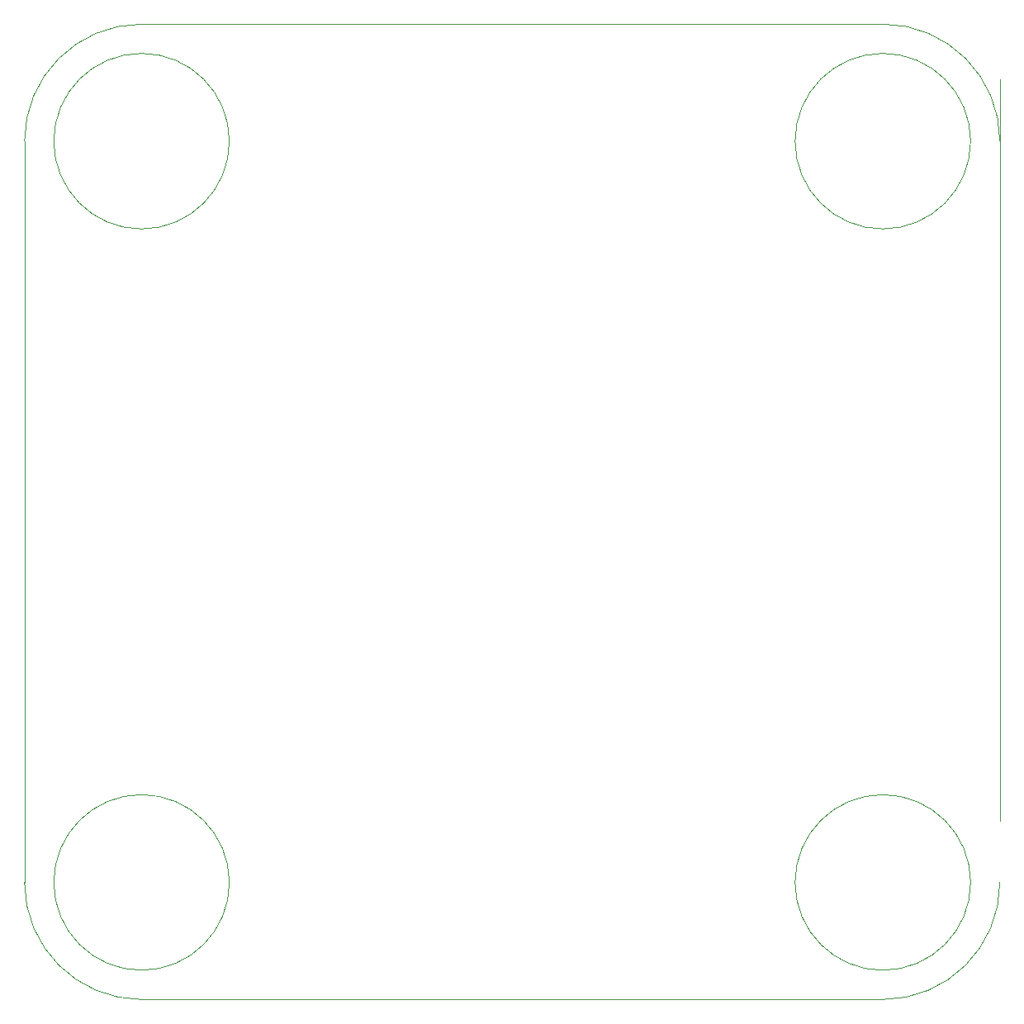
<source format=gbr>
%TF.GenerationSoftware,Altium Limited,Altium Designer,20.1.8 (145)*%
G04 Layer_Color=16711935*
%FSLAX45Y45*%
%MOMM*%
%TF.SameCoordinates,71AC3D83-D9DD-4B8C-8FBF-A9C29C1C1930*%
%TF.FilePolarity,Positive*%
%TF.FileFunction,Other,Mechanical_1*%
%TF.Part,Single*%
G01*
G75*
%TA.AperFunction,NonConductor*%
%ADD77C,0.02540*%
D77*
X-2900000Y-3800000D02*
G03*
X-2900000Y-3800000I-900000J0D01*
G01*
X4700000D02*
G03*
X4700000Y-3800000I-900000J0D01*
G01*
X-5000000D02*
G03*
X-3800000Y-5000000I1200000J0D01*
G01*
X-2900000Y3800000D02*
G03*
X-2900000Y3800000I-900000J0D01*
G01*
X4700000D02*
G03*
X4700000Y3800000I-900000J0D01*
G01*
X5000000D02*
G03*
X3800000Y5000000I-1200000J0D01*
G01*
Y-5000000D02*
G03*
X5000000Y-3800000I0J1200000D01*
G01*
X-3800000Y5000000D02*
G03*
X-5000000Y3800000I0J-1200000D01*
G01*
X-5000002Y-3800000D02*
X-5000000Y3800000D01*
X-3800000Y-5000001D02*
X3800000Y-5000000D01*
X4999998Y-3165000D02*
X5000000Y4435000D01*
X-3800000Y4999999D02*
X3800000Y5000000D01*
%TF.MD5,b653925d399be5ba8cd18bf14de47fcc*%
M02*

</source>
